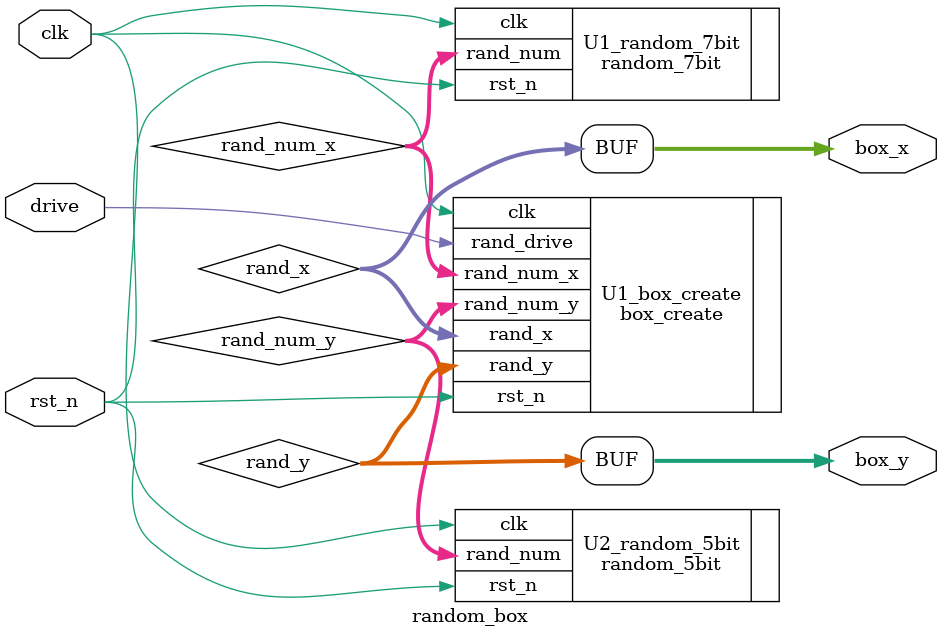
<source format=v>
module random_box(
    input clk,
    input rst_n,
    input drive,
    output wire[6:0]box_x,
    output wire[4:0]box_y
    );
	 
//------------------------------随机数生成模块----------------------------------------------------------------------
    
    wire [6:0]rand_num_x;
	 wire [4:0]rand_num_y;
	 
    random_7bit U1_random_7bit(
            .clk(clk),
            .rst_n(rst_n),
            .rand_num(rand_num_x));
				
				
	 random_5bit U2_random_5bit(
				.clk(clk),
				.rst_n(rst_n),
				.rand_num(rand_num_y));
				
//-----------------------------随机盒子创建---------------------------------------------------------
    wire [6:0]rand_x;
    wire [4:0]rand_y;
//--------------------------随机小方块激励模块----------------------------------------------
    box_create U1_box_create(
                    .clk(clk),
                    .rst_n(rst_n),
                    .rand_num_x(rand_num_x),
						  .rand_num_y(rand_num_y),
                    .rand_drive(drive),
                    .rand_x(rand_x),
                    .rand_y(rand_y)
                    );
						  
						  
	assign box_x = rand_x;
	assign box_y = rand_y;

endmodule

</source>
